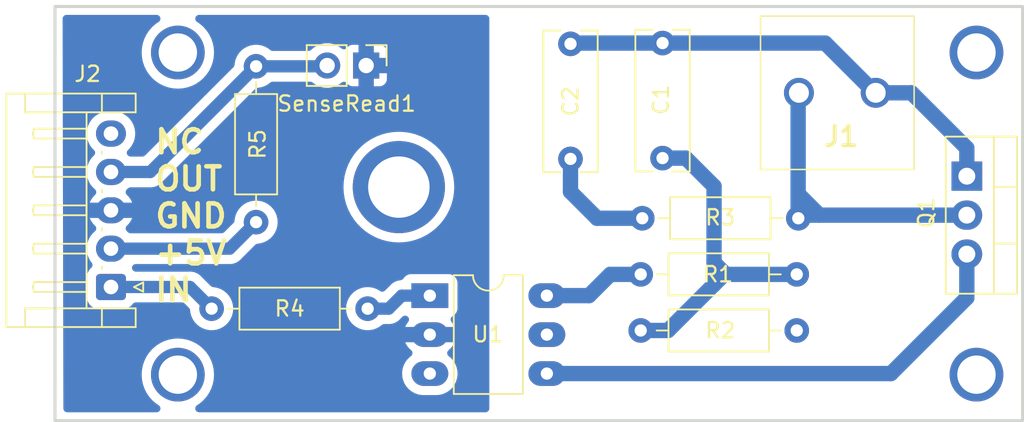
<source format=kicad_pcb>
(kicad_pcb (version 20221018) (generator pcbnew)
  (layers (0 "F.Cu" signal) (31 "B.Cu" signal) (34 "B.Paste" user) (35 "F.Paste" user) (36 "B.SilkS" user "B.Silkscreen") (37 "F.SilkS" user "F.Silkscreen") (38 "B.Mask" user) (39 "F.Mask" user) (44 "Edge.Cuts" user))
  (net 0 "")
  (net 1 "Net-(C1-Pad1)")
  (net 2 "Net-(Q1-A1)")
  (net 3 "Net-(C2-Pad1)")
  (net 4 "Net-(Q1-A2)")
  (net 5 "Net-(Q1-G)")
  (net 6 "Net-(R1-Pad1)")
  (net 7 "Net-(R4-Pad2)")
  (net 10 "Net-(J2-Pin_1)")
  (net 11 "GND")
  (net 12 "+5V")
  (net 14 "Net-(J2-Pin_4)")
  (footprint "Resistor_THT:R_Axial_DIN0207_L6.3mm_D2.5mm_P10.16mm_Horizontal" (layer "F.Cu") (at 63.0936 53.8988 -90)
    (fp_text reference "R5" (at 5.08 -0.1016 90) (layer "F.SilkS"))
    (fp_text value "330" hide)
    (fp_line (start 1.04 0) (end 1.81 0) (stroke (width 0.12)) (layer "F.SilkS"))
    (fp_line (start 1.81 -1.37) (end 1.81 1.37) (stroke (width 0.12)) (layer "F.SilkS"))
    (fp_line (start 1.81 1.37) (end 8.35 1.37) (stroke (width 0.12)) (layer "F.SilkS"))
    (fp_line (start 8.35 -1.37) (end 1.81 -1.37) (stroke (width 0.12)) (layer "F.SilkS"))
    (fp_line (start 8.35 1.37) (end 8.35 -1.37) (stroke (width 0.12)) (layer "F.SilkS"))
    (fp_line (start 9.12 0) (end 8.35 0) (stroke (width 0.12)) (layer "F.SilkS"))
    (pad "1" thru_hole circle (at 0 0 270) (size 1.6 1.6) (drill 0.8) (layers "*.Cu" "*.Mask") (net 14 "Net-(J2-Pin_4)"))
    (pad "2" thru_hole oval (at 10.16 0 270) (size 1.6 1.6) (drill 0.8) (layers "*.Cu" "*.Mask") (net 12 "+5V"))
  )
  (footprint "Resistor_THT:R_Axial_DIN0207_L6.3mm_D2.5mm_P10.16mm_Horizontal" (layer "F.Cu") (at 88.138 67.4624)
    (fp_text reference "R1" (at 5.0292 0) (layer "F.SilkS"))
    (fp_text value "330" hide)
    (fp_line (start 1.04 0) (end 1.81 0) (stroke (width 0.12)) (layer "F.SilkS"))
    (fp_line (start 1.81 -1.37) (end 1.81 1.37) (stroke (width 0.12)) (layer "F.SilkS"))
    (fp_line (start 1.81 1.37) (end 8.35 1.37) (stroke (width 0.12)) (layer "F.SilkS"))
    (fp_line (start 8.35 -1.37) (end 1.81 -1.37) (stroke (width 0.12)) (layer "F.SilkS"))
    (fp_line (start 8.35 1.37) (end 8.35 -1.37) (stroke (width 0.12)) (layer "F.SilkS"))
    (fp_line (start 9.12 0) (end 8.35 0) (stroke (width 0.12)) (layer "F.SilkS"))
    (pad "1" thru_hole circle (at 0 0) (size 1.6 1.6) (drill 0.8) (layers "*.Cu" "*.Mask") (net 6 "Net-(R1-Pad1)"))
    (pad "2" thru_hole oval (at 10.16 0) (size 1.6 1.6) (drill 0.8) (layers "*.Cu" "*.Mask") (net 1 "Net-(C1-Pad1)"))
  )
  (footprint "Connector_PinHeader_2.54mm:PinHeader_1x02_P2.54mm_Vertical" (layer "F.Cu") (at 70.2614 53.848 -90)
    (fp_text reference "SenseRead1" (at 2.4892 1.275) (layer "F.SilkS"))
    (fp_text value "~" hide)
    (fp_line (start -1.33 -1.33) (end 0 -1.33) (stroke (width 0.12)) (layer "F.SilkS"))
    (fp_line (start -1.33 0) (end -1.33 -1.33) (stroke (width 0.12)) (layer "F.SilkS"))
    (fp_line (start -1.33 1.27) (end -1.33 3.87) (stroke (width 0.12)) (layer "F.SilkS"))
    (fp_line (start -1.33 1.27) (end 1.33 1.27) (stroke (width 0.12)) (layer "F.SilkS"))
    (fp_line (start -1.33 3.87) (end 1.33 3.87) (stroke (width 0.12)) (layer "F.SilkS"))
    (fp_line (start 1.33 1.27) (end 1.33 3.87) (stroke (width 0.12)) (layer "F.SilkS"))
    (pad "1" thru_hole rect (at 0 0 270) (size 1.7 1.7) (drill 1) (layers "*.Cu" "*.Mask") (net 11 "GND"))
    (pad "2" thru_hole oval (at 0 2.54 270) (size 1.7 1.7) (drill 1) (layers "*.Cu" "*.Mask") (net 14 "Net-(J2-Pin_4)"))
  )
  (footprint "Resistor_THT:R_Axial_DIN0207_L6.3mm_D2.5mm_P10.16mm_Horizontal" (layer "F.Cu") (at 88.138 71.12)
    (fp_text reference "R2" (at 5.1816 0) (layer "F.SilkS"))
    (fp_text value "510" hide)
    (fp_line (start 1.04 0) (end 1.81 0) (stroke (width 0.12)) (layer "F.SilkS"))
    (fp_line (start 1.81 -1.37) (end 1.81 1.37) (stroke (width 0.12)) (layer "F.SilkS"))
    (fp_line (start 1.81 1.37) (end 8.35 1.37) (stroke (width 0.12)) (layer "F.SilkS"))
    (fp_line (start 8.35 -1.37) (end 1.81 -1.37) (stroke (width 0.12)) (layer "F.SilkS"))
    (fp_line (start 8.35 1.37) (end 8.35 -1.37) (stroke (width 0.12)) (layer "F.SilkS"))
    (fp_line (start 9.12 0) (end 8.35 0) (stroke (width 0.12)) (layer "F.SilkS"))
    (pad "1" thru_hole circle (at 0 0) (size 1.6 1.6) (drill 0.8) (layers "*.Cu" "*.Mask") (net 1 "Net-(C1-Pad1)"))
    (pad "2" thru_hole oval (at 10.16 0) (size 1.6 1.6) (drill 0.8) (layers "*.Cu" "*.Mask") (net 4 "Net-(Q1-A2)"))
  )
  (footprint "Capacitor_THT:C_Rect_L9.0mm_W3.3mm_P7.50mm_MKT" (layer "F.Cu") (at 89.5604 59.884 90)
    (fp_text reference "C1" (at 3.8008 -0.1016 90) (layer "F.SilkS"))
    (fp_text value "330n" hide)
    (fp_line (start -0.87 -1.77) (end -0.87 -0.665) (stroke (width 0.12)) (layer "F.SilkS"))
    (fp_line (start -0.87 -1.77) (end 8.37 -1.77) (stroke (width 0.12)) (layer "F.SilkS"))
    (fp_line (start -0.87 0.665) (end -0.87 1.77) (stroke (width 0.12)) (layer "F.SilkS"))
    (fp_line (start -0.87 1.77) (end 8.37 1.77) (stroke (width 0.12)) (layer "F.SilkS"))
    (fp_line (start 8.37 -1.77) (end 8.37 -0.665) (stroke (width 0.12)) (layer "F.SilkS"))
    (fp_line (start 8.37 0.665) (end 8.37 1.77) (stroke (width 0.12)) (layer "F.SilkS"))
    (pad "1" thru_hole circle (at 0 0 90) (size 1.6 1.6) (drill 0.8) (layers "*.Cu" "*.Mask") (net 1 "Net-(C1-Pad1)"))
    (pad "2" thru_hole circle (at 7.5 0 90) (size 1.6 1.6) (drill 0.8) (layers "*.Cu" "*.Mask") (net 2 "Net-(Q1-A1)"))
  )
  (footprint "Resistor_THT:R_Axial_DIN0207_L6.3mm_D2.5mm_P10.16mm_Horizontal" (layer "F.Cu") (at 60.198 69.6976)
    (fp_text reference "R4" (at 5.08 0) (layer "F.SilkS"))
    (fp_text value "330" hide)
    (fp_line (start 1.04 0) (end 1.81 0) (stroke (width 0.12)) (layer "F.SilkS"))
    (fp_line (start 1.81 -1.37) (end 1.81 1.37) (stroke (width 0.12)) (layer "F.SilkS"))
    (fp_line (start 1.81 1.37) (end 8.35 1.37) (stroke (width 0.12)) (layer "F.SilkS"))
    (fp_line (start 8.35 -1.37) (end 1.81 -1.37) (stroke (width 0.12)) (layer "F.SilkS"))
    (fp_line (start 8.35 1.37) (end 8.35 -1.37) (stroke (width 0.12)) (layer "F.SilkS"))
    (fp_line (start 9.12 0) (end 8.35 0) (stroke (width 0.12)) (layer "F.SilkS"))
    (pad "1" thru_hole circle (at 0 0) (size 1.6 1.6) (drill 0.8) (layers "*.Cu" "*.Mask") (net 10 "Net-(J2-Pin_1)"))
    (pad "2" thru_hole oval (at 10.16 0) (size 1.6 1.6) (drill 0.8) (layers "*.Cu" "*.Mask") (net 7 "Net-(R4-Pad2)"))
  )
  (footprint "Capacitor_THT:C_Rect_L9.0mm_W3.3mm_P7.50mm_MKT" (layer "F.Cu") (at 83.566 59.9348 90)
    (fp_text reference "C2" (at 3.75 0 90) (layer "F.SilkS"))
    (fp_text value "220n" hide)
    (fp_line (start -0.87 -1.77) (end -0.87 -0.665) (stroke (width 0.12)) (layer "F.SilkS"))
    (fp_line (start -0.87 -1.77) (end 8.37 -1.77) (stroke (width 0.12)) (layer "F.SilkS"))
    (fp_line (start -0.87 0.665) (end -0.87 1.77) (stroke (width 0.12)) (layer "F.SilkS"))
    (fp_line (start -0.87 1.77) (end 8.37 1.77) (stroke (width 0.12)) (layer "F.SilkS"))
    (fp_line (start 8.37 -1.77) (end 8.37 -0.665) (stroke (width 0.12)) (layer "F.SilkS"))
    (fp_line (start 8.37 0.665) (end 8.37 1.77) (stroke (width 0.12)) (layer "F.SilkS"))
    (pad "1" thru_hole circle (at 0 0 90) (size 1.6 1.6) (drill 0.8) (layers "*.Cu" "*.Mask") (net 3 "Net-(C2-Pad1)"))
    (pad "2" thru_hole circle (at 7.5 0 90) (size 1.6 1.6) (drill 0.8) (layers "*.Cu" "*.Mask") (net 2 "Net-(Q1-A1)"))
  )
  (footprint "Package_DIP:DIP-6_W7.62mm_LongPads" (layer "F.Cu") (at 74.407 68.849)
    (fp_text reference "U1" (at 3.7742 2.525) (layer "F.SilkS"))
    (fp_text value "MOC3020M" hide)
    (fp_line (start 1.56 -1.33) (end 1.56 6.41) (stroke (width 0.12)) (layer "F.SilkS"))
    (fp_line (start 1.56 6.41) (end 6.06 6.41) (stroke (width 0.12)) (layer "F.SilkS"))
    (fp_line (start 2.81 -1.33) (end 1.56 -1.33) (stroke (width 0.12)) (layer "F.SilkS"))
    (fp_line (start 6.06 -1.33) (end 4.81 -1.33) (stroke (width 0.12)) (layer "F.SilkS"))
    (fp_line (start 6.06 6.41) (end 6.06 -1.33) (stroke (width 0.12)) (layer "F.SilkS"))
    (fp_arc (start 4.81 -1.33) (mid 3.81 -0.33) (end 2.81 -1.33) (stroke (width 0.12)) (layer "F.SilkS"))
    (pad "1" thru_hole rect (at 0 0) (size 2.4 1.6) (drill 0.8) (layers "*.Cu" "*.Mask") (net 7 "Net-(R4-Pad2)"))
    (pad "2" thru_hole oval (at 0 2.54) (size 2.4 1.6) (drill 0.8) (layers "*.Cu" "*.Mask") (net 11 "GND"))
    (pad "3" thru_hole oval (at 0 5.08) (size 2.4 1.6) (drill 0.8) (layers "*.Cu" "*.Mask"))
    (pad "4" thru_hole oval (at 7.62 5.08) (size 2.4 1.6) (drill 0.8) (layers "*.Cu" "*.Mask") (net 5 "Net-(Q1-G)"))
    (pad "5" thru_hole oval (at 7.62 2.54) (size 2.4 1.6) (drill 0.8) (layers "*.Cu" "*.Mask"))
    (pad "6" thru_hole oval (at 7.62 0) (size 2.4 1.6) (drill 0.8) (layers "*.Cu" "*.Mask") (net 6 "Net-(R1-Pad1)"))
  )
  (footprint "Package_TO_SOT_THT:TO-220-3_Vertical" (layer "F.Cu") (at 109.3724 61.0616 -90)
    (fp_text reference "Q1" (at 2.3876 2.6416 90) (layer "F.SilkS"))
    (fp_text value "BT138-600" hide)
    (fp_line (start -2.58 -3.27) (end -2.58 1.371) (stroke (width 0.12)) (layer "F.SilkS"))
    (fp_line (start -2.58 -3.27) (end 7.66 -3.27) (stroke (width 0.12)) (layer "F.SilkS"))
    (fp_line (start -2.58 -1.76) (end 7.66 -1.76) (stroke (width 0.12)) (layer "F.SilkS"))
    (fp_line (start -2.58 1.371) (end 7.66 1.371) (stroke (width 0.12)) (layer "F.SilkS"))
    (fp_line (start 0.69 -3.27) (end 0.69 -1.76) (stroke (width 0.12)) (layer "F.SilkS"))
    (fp_line (start 4.391 -3.27) (end 4.391 -1.76) (stroke (width 0.12)) (layer "F.SilkS"))
    (fp_line (start 7.66 -3.27) (end 7.66 1.371) (stroke (width 0.12)) (layer "F.SilkS"))
    (pad "1" thru_hole rect (at 0 0 270) (size 1.905 2) (drill 1.1) (layers "*.Cu" "*.Mask") (net 2 "Net-(Q1-A1)"))
    (pad "2" thru_hole oval (at 2.54 0 270) (size 1.905 2) (drill 1.1) (layers "*.Cu" "*.Mask") (net 4 "Net-(Q1-A2)"))
    (pad "3" thru_hole oval (at 5.08 0 270) (size 1.905 2) (drill 1.1) (layers "*.Cu" "*.Mask") (net 5 "Net-(Q1-G)"))
  )
  (footprint "Resistor_THT:R_Axial_DIN0207_L6.3mm_D2.5mm_P10.16mm_Horizontal" (layer "F.Cu") (at 88.2396 63.8048)
    (fp_text reference "R3" (at 5.08 -0.0508) (layer "F.SilkS"))
    (fp_text value "47" hide)
    (fp_line (start 1.04 0) (end 1.81 0) (stroke (width 0.12)) (layer "F.SilkS"))
    (fp_line (start 1.81 -1.37) (end 1.81 1.37) (stroke (width 0.12)) (layer "F.SilkS"))
    (fp_line (start 1.81 1.37) (end 8.35 1.37) (stroke (width 0.12)) (layer "F.SilkS"))
    (fp_line (start 8.35 -1.37) (end 1.81 -1.37) (stroke (width 0.12)) (layer "F.SilkS"))
    (fp_line (start 8.35 1.37) (end 8.35 -1.37) (stroke (width 0.12)) (layer "F.SilkS"))
    (fp_line (start 9.12 0) (end 8.35 0) (stroke (width 0.12)) (layer "F.SilkS"))
    (pad "1" thru_hole circle (at 0 0) (size 1.6 1.6) (drill 0.8) (layers "*.Cu" "*.Mask") (net 3 "Net-(C2-Pad1)"))
    (pad "2" thru_hole oval (at 10.16 0) (size 1.6 1.6) (drill 0.8) (layers "*.Cu" "*.Mask") (net 4 "Net-(Q1-A2)"))
  )
  (footprint "Conectores:KRE02" (layer "F.Cu") (at 103.4396 55.626 180)
    (fp_text reference "J1" (at 2.246 -2.8448) (layer "F.SilkS") (effects (font (size 1.27 1.27) (thickness 0.254))))
    (fp_text value "KRE_02" hide)
    (fp_line (start -2.5 -5) (end 7.5 -5) (stroke (width 0.1)) (layer "F.SilkS"))
    (fp_line (start -2.5 5) (end -2.5 -5) (stroke (width 0.1)) (layer "F.SilkS"))
    (fp_line (start 7.5 -5) (end 7.5 5) (stroke (width 0.1)) (layer "F.SilkS"))
    (fp_line (start 7.5 5) (end -2.5 5) (stroke (width 0.1)) (layer "F.SilkS"))
    (pad "1" thru_hole circle (at 0 0 180) (size 1.95 1.95) (drill 1.3) (layers "*.Cu" "*.Mask") (net 2 "Net-(Q1-A1)"))
    (pad "2" thru_hole circle (at 5 0 180) (size 1.95 1.95) (drill 1.3) (layers "*.Cu" "*.Mask") (net 4 "Net-(Q1-A2)"))
  )
  (footprint "Connector_JST:JST_EH_S5B-EH_1x05_P2.50mm_Horizontal" (layer "F.Cu") (at 53.6448 68.286 90)
    (fp_text reference "J2" (at 13.89 -1.5165) (layer "F.SilkS"))
    (fp_text value "Conn_01x05_Pin" hide)
    (fp_line (start -2.61 -6.81) (end 12.61 -6.81) (stroke (width 0.12)) (layer "F.SilkS"))
    (fp_line (start -2.61 -5.59) (end -1.39 -5.59) (stroke (width 0.12)) (layer "F.SilkS"))
    (fp_line (start -2.61 1.61) (end -2.61 -6.81) (stroke (width 0.12)) (layer "F.SilkS"))
    (fp_line (start -1.39 -5.59) (end -1.39 -0.59) (stroke (width 0.12)) (layer "F.SilkS"))
    (fp_line (start -1.39 -1.59) (end 11.39 -1.59) (stroke (width 0.12)) (layer "F.SilkS"))
    (fp_line (start -1.39 -0.59) (end -2.61 -0.59) (stroke (width 0.12)) (layer "F.SilkS"))
    (fp_line (start -1.39 -0.59) (end -1.39 1.61) (stroke (width 0.12)) (layer "F.SilkS"))
    (fp_line (start -1.39 1.61) (end -2.61 1.61) (stroke (width 0.12)) (layer "F.SilkS"))
    (fp_line (start -0.32 -5.01) (end 0 -5.09) (stroke (width 0.12)) (layer "F.SilkS"))
    (fp_line (start -0.32 -1.59) (end -0.32 -5.01) (stroke (width 0.12)) (layer "F.SilkS"))
    (fp_line (start -0.3 2.1) (end 0.3 2.1) (stroke (width 0.12)) (layer "F.SilkS"))
    (fp_line (start 0 -5.09) (end 0.32 -5.01) (stroke (width 0.12)) (layer "F.SilkS"))
    (fp_line (start 0 -1.59) (end -0.32 -1.59) (stroke (width 0.12)) (layer "F.SilkS"))
    (fp_line (start 0 1.5) (end -0.3 2.1) (stroke (width 0.12)) (layer "F.SilkS"))
    (fp_line (start 0.3 2.1) (end 0 1.5) (stroke (width 0.12)) (layer "F.SilkS"))
    (fp_line (start 0.32 -5.01) (end 0.32 -1.59) (stroke (width 0.12)) (layer "F.SilkS"))
    (fp_line (start 0.32 -1.59) (end 0 -1.59) (stroke (width 0.12)) (layer "F.SilkS"))
    (fp_line (start 1.17 -0.59) (end 1.33 -0.59) (stroke (width 0.12)) (layer "F.SilkS"))
    (fp_line (start 2.18 -5.01) (end 2.5 -5.09) (stroke (width 0.12)) (layer "F.SilkS"))
    (fp_line (start 2.18 -1.59) (end 2.18 -5.01) (stroke (width 0.12)) (layer "F.SilkS"))
    (fp_line (start 2.5 -5.09) (end 2.82 -5.01) (stroke (width 0.12)) (layer "F.SilkS"))
    (fp_line (start 2.5 -1.59) (end 2.18 -1.59) (stroke (width 0.12)) (layer "F.SilkS"))
    (fp_line (start 2.82 -5.01) (end 2.82 -1.59) (stroke (width 0.12)) (layer "F.SilkS"))
    (fp_line (start 2.82 -1.59) (end 2.5 -1.59) (stroke (width 0.12)) (layer "F.SilkS"))
    (fp_line (start 3.67 -0.59) (end 3.83 -0.59) (stroke (width 0.12)) (layer "F.SilkS"))
    (fp_line (start 4.68 -5.01) (end 5 -5.09) (stroke (width 0.12)) (layer "F.SilkS"))
    (fp_line (start 4.68 -1.59) (end 4.68 -5.01) (stroke (width 0.12)) (layer "F.SilkS"))
    (fp_line (start 5 -5.09) (end 5.32 -5.01) (stroke (width 0.12)) (layer "F.SilkS"))
    (fp_line (start 5 -1.59) (end 4.68 -1.59) (stroke (width 0.12)) (layer "F.SilkS"))
    (fp_line (start 5.32 -5.01) (end 5.32 -1.59) (stroke (width 0.12)) (layer "F.SilkS"))
    (fp_line (start 5.32 -1.59) (end 5 -1.59) (stroke (width 0.12)) (layer "F.SilkS"))
    (fp_line (start 6.17 -0.59) (end 6.33 -0.59) (stroke (width 0.12)) (layer "F.SilkS"))
    (fp_line (start 7.18 -5.01) (end 7.5 -5.09) (stroke (width 0.12)) (layer "F.SilkS"))
    (fp_line (start 7.18 -1.59) (end 7.18 -5.01) (stroke (width 0.12)) (layer "F.SilkS"))
    (fp_line (start 7.5 -5.09) (end 7.82 -5.01) (stroke (width 0.12)) (layer "F.SilkS"))
    (fp_line (start 7.5 -1.59) (end 7.18 -1.59) (stroke (width 0.12)) (layer "F.SilkS"))
    (fp_line (start 7.82 -5.01) (end 7.82 -1.59) (stroke (width 0.12)) (layer "F.SilkS"))
    (fp_line (start 7.82 -1.59) (end 7.5 -1.59) (stroke (width 0.12)) (layer "F.SilkS"))
    (fp_line (start 8.67 -0.59) (end 8.83 -0.59) (stroke (width 0.12)) (layer "F.SilkS"))
    (fp_line (start 9.68 -5.01) (end 10 -5.09) (stroke (width 0.12)) (layer "F.SilkS"))
    (fp_line (start 9.68 -1.59) (end 9.68 -5.01) (stroke (width 0.12)) (layer "F.SilkS"))
    (fp_line (start 10 -5.09) (end 10.32 -5.01) (stroke (width 0.12)) (layer "F.SilkS"))
    (fp_line (start 10 -1.59) (end 9.68 -1.59) (stroke (width 0.12)) (layer "F.SilkS"))
    (fp_line (start 10.32 -5.01) (end 10.32 -1.59) (stroke (width 0.12)) (layer "F.SilkS"))
    (fp_line (start 10.32 -1.59) (end 10 -1.59) (stroke (width 0.12)) (layer "F.SilkS"))
    (fp_line (start 11.39 -5.59) (end 11.39 -0.59) (stroke (width 0.12)) (layer "F.SilkS"))
    (fp_line (start 11.39 -0.59) (end 12.61 -0.59) (stroke (width 0.12)) (layer "F.SilkS"))
    (fp_line (start 11.39 1.61) (end 11.39 -0.59) (stroke (width 0.12)) (layer "F.SilkS"))
    (fp_line (start 12.61 -6.81) (end 12.61 1.61) (stroke (width 0.12)) (layer "F.SilkS"))
    (fp_line (start 12.61 -5.59) (end 11.39 -5.59) (stroke (width 0.12)) (layer "F.SilkS"))
    (fp_line (start 12.61 1.61) (end 11.39 1.61) (stroke (width 0.12)) (layer "F.SilkS"))
    (pad "1" thru_hole roundrect (at 0 0 90) (size 1.7 1.95) (drill 0.95) (layers "*.Cu" "*.Mask") (roundrect_rratio 0.147059) (net 10 "Net-(J2-Pin_1)"))
    (pad "2" thru_hole oval (at 2.5 0 90) (size 1.7 1.95) (drill 0.95) (layers "*.Cu" "*.Mask") (net 12 "+5V"))
    (pad "3" thru_hole oval (at 5 0 90) (size 1.7 1.95) (drill 0.95) (layers "*.Cu" "*.Mask") (net 11 "GND"))
    (pad "4" thru_hole oval (at 7.5 0 90) (size 1.7 1.95) (drill 0.95) (layers "*.Cu" "*.Mask") (net 14 "Net-(J2-Pin_4)"))
    (pad "5" thru_hole oval (at 10 0 90) (size 1.7 1.95) (drill 0.95) (layers "*.Cu" "*.Mask"))
  )
  (gr_rect (start 50 50) (end 113 77) (stroke (width 0.2)) (fill none) (layer "Edge.Cuts"))
  (gr_text "NC\nOUT\nGND\n+5V\nIN" (at 56.373602 69.360471) (layer "F.SilkS") (effects (font (size 1.5 1.5) (thickness 0.3) bold) (justify left bottom)))
  (via (at 58 74) (size 3.5) (drill 2.5) (layers "F.Cu" "B.Cu") (net 0))
  (via (at 110 74) (size 3.5) (drill 2.5) (layers "F.Cu" "B.Cu") (net 0))
  (via (at 110 53) (size 3.5) (drill 2.5) (layers "F.Cu" "B.Cu") (net 0))
  (via (at 58 53) (size 3.5) (drill 2.5) (layers "F.Cu" "B.Cu") (net 0))
  (via (at 72.39 61.7728) (size 6) (drill 4) (layers "F.Cu" "B.Cu") (net 0))
  (segment (start 92.9132 61.722) (end 91.0752 59.884) (width 1) (layer "B.Cu") (net 1))
  (segment (start 91.0752 59.884) (end 89.5604 59.884) (width 1) (layer "B.Cu") (net 1))
  (segment (start 88.138 71.12) (end 89.916 71.12) (width 1) (layer "B.Cu") (net 1))
  (segment (start 92.9132 66.548) (end 92.9132 61.722) (width 1) (layer "B.Cu") (net 1))
  (segment (start 92.9132 66.548) (end 92.9132 66.7004) (width 0.8) (layer "B.Cu") (net 1))
  (segment (start 92.9132 67.4624) (end 92.9132 66.548) (width 1) (layer "B.Cu") (net 1))
  (segment (start 93.6752 67.4624) (end 93.5736 67.4624) (width 0.8) (layer "B.Cu") (net 1))
  (segment (start 93.5736 67.4624) (end 92.9132 68.1228) (width 1) (layer "B.Cu") (net 1))
  (segment (start 92.9132 68.1228) (end 92.9132 67.4624) (width 1) (layer "B.Cu") (net 1))
  (segment (start 93.6752 67.4624) (end 92.9132 67.4624) (width 0.8) (layer "B.Cu") (net 1))
  (segment (start 92.9132 66.7004) (end 93.6752 67.4624) (width 1) (layer "B.Cu") (net 1))
  (segment (start 89.916 71.12) (end 92.9132 68.1228) (width 1) (layer "B.Cu") (net 1))
  (segment (start 98.298 67.4624) (end 93.6752 67.4624) (width 1) (layer "B.Cu") (net 1))
  (segment (start 89.5604 52.384) (end 83.6676 52.384) (width 1) (layer "B.Cu") (net 2))
  (segment (start 109.3724 59.2328) (end 109.3724 61.0616) (width 1) (layer "B.Cu") (net 2))
  (segment (start 100.1468 52.384) (end 89.5604 52.384) (width 1) (layer "B.Cu") (net 2))
  (segment (start 103.3888 55.626) (end 100.1468 52.384) (width 1) (layer "B.Cu") (net 2))
  (segment (start 103.3888 55.626) (end 105.7656 55.626) (width 1) (layer "B.Cu") (net 2))
  (segment (start 105.7656 55.626) (end 109.3724 59.2328) (width 1) (layer "B.Cu") (net 2))
  (segment (start 83.6676 52.384) (end 83.566 52.4856) (width 0.8) (layer "B.Cu") (net 2))
  (segment (start 85.2932 63.8048) (end 88.2396 63.8048) (width 1) (layer "B.Cu") (net 3))
  (segment (start 83.566 59.9856) (end 83.566 62.0776) (width 1) (layer "B.Cu") (net 3))
  (segment (start 83.566 62.0776) (end 85.2932 63.8048) (width 1) (layer "B.Cu") (net 3))
  (segment (start 98.552 62.3824) (end 99.7712 63.6016) (width 1) (layer "B.Cu") (net 4))
  (segment (start 98.3888 62.3824) (end 98.3888 62.8904) (width 1) (layer "B.Cu") (net 4))
  (segment (start 99.7712 63.6016) (end 99.1 63.6016) (width 1) (layer "B.Cu") (net 4))
  (segment (start 98.3888 62.3824) (end 98.552 62.3824) (width 0.8) (layer "B.Cu") (net 4))
  (segment (start 98.3888 63.794) (end 98.3996 63.8048) (width 0.8) (layer "B.Cu") (net 4))
  (segment (start 98.3888 62.8904) (end 98.3888 63.794) (width 1) (layer "B.Cu") (net 4))
  (segment (start 98.3888 55.626) (end 98.3888 62.3824) (width 1) (layer "B.Cu") (net 4))
  (segment (start 109.3724 63.6016) (end 99.7712 63.6016) (width 1) (layer "B.Cu") (net 4))
  (segment (start 99.1 63.6016) (end 98.3888 62.8904) (width 0.8) (layer "B.Cu") (net 4))
  (segment (start 82.027 73.929) (end 104.4298 73.929) (width 1) (layer "B.Cu") (net 5))
  (segment (start 104.4298 73.929) (end 109.3724 68.9864) (width 1) (layer "B.Cu") (net 5))
  (segment (start 109.3724 68.9864) (end 109.3724 66.1416) (width 1) (layer "B.Cu") (net 5))
  (segment (start 82.027 68.849) (end 84.7702 68.849) (width 1) (layer "B.Cu") (net 6))
  (segment (start 84.7702 68.849) (end 86.1568 67.4624) (width 1) (layer "B.Cu") (net 6))
  (segment (start 86.1568 67.4624) (end 88.138 67.4624) (width 1) (layer "B.Cu") (net 6))
  (segment (start 74.3412 68.7832) (end 74.407 68.849) (width 0.8) (layer "B.Cu") (net 7))
  (segment (start 74.407 68.849) (end 72.5782 68.849) (width 0.8) (layer "B.Cu") (net 7))
  (segment (start 72.5782 68.849) (end 71.7296 69.6976) (width 0.8) (layer "B.Cu") (net 7))
  (segment (start 71.7296 69.6976) (end 70.358 69.6976) (width 0.8) (layer "B.Cu") (net 7))
  (segment (start 53.6448 68.286) (end 58.7864 68.286) (width 0.8) (layer "B.Cu") (net 10))
  (segment (start 58.7864 68.286) (end 60.198 69.6976) (width 0.8) (layer "B.Cu") (net 10))
  (segment (start 53.6448 65.786) (end 61.3664 65.786) (width 0.8) (layer "B.Cu") (net 12))
  (segment (start 61.3664 65.786) (end 63.0936 64.0588) (width 0.8) (layer "B.Cu") (net 12))
  (segment (start 63.0936 53.8988) (end 67.6706 53.8988) (width 0.8) (layer "B.Cu") (net 14))
  (segment (start 56.2064 60.786) (end 63.0936 53.8988) (width 0.8) (layer "B.Cu") (net 14))
  (segment (start 53.6448 60.786) (end 56.2064 60.786) (width 0.8) (layer "B.Cu") (net 14))
  (segment (start 67.6706 53.8988) (end 67.7214 53.848) (width 0.8) (layer "B.Cu") (net 14))
  (zone (net 11) (net_name "GND") (layer "B.Cu") (connect_pads (clearance 0.6)) (min_thickness 0.5) (fill yes (thermal_gap 0.5) (thermal_bridge_width 1))
    (polygon (pts (xy 50.4952 50.546) (xy 50.546 76.454) (xy 78.2828 76.454) (xy 78.2828 50.546) (xy 50.546 50.546)))
  )
)
</source>
